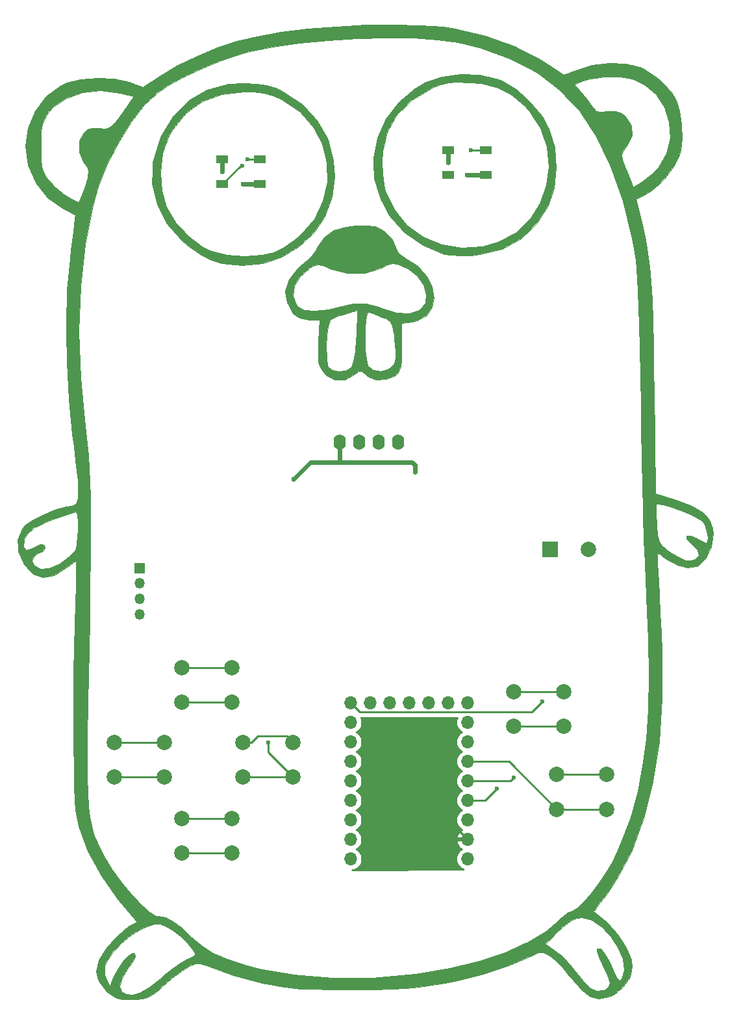
<source format=gbr>
G04 #@! TF.GenerationSoftware,KiCad,Pcbnew,8.0.5-8.0.5-0~ubuntu24.04.1*
G04 #@! TF.CreationDate,2024-10-05T11:59:27+09:00*
G04 #@! TF.ProjectId,gopher_rp2040_sw,676f7068-6572-45f7-9270-323034305f73,rev?*
G04 #@! TF.SameCoordinates,Original*
G04 #@! TF.FileFunction,Copper,L1,Top*
G04 #@! TF.FilePolarity,Positive*
%FSLAX46Y46*%
G04 Gerber Fmt 4.6, Leading zero omitted, Abs format (unit mm)*
G04 Created by KiCad (PCBNEW 8.0.5-8.0.5-0~ubuntu24.04.1) date 2024-10-05 11:59:27*
%MOMM*%
%LPD*%
G01*
G04 APERTURE LIST*
G04 #@! TA.AperFunction,EtchedComponent*
%ADD10C,0.010000*%
G04 #@! TD*
G04 #@! TA.AperFunction,SMDPad,CuDef*
%ADD11R,1.500000X1.000000*%
G04 #@! TD*
G04 #@! TA.AperFunction,ComponentPad*
%ADD12O,1.700000X1.700000*%
G04 #@! TD*
G04 #@! TA.AperFunction,ComponentPad*
%ADD13O,1.600000X2.000000*%
G04 #@! TD*
G04 #@! TA.AperFunction,ComponentPad*
%ADD14C,2.000000*%
G04 #@! TD*
G04 #@! TA.AperFunction,ComponentPad*
%ADD15R,1.350000X1.350000*%
G04 #@! TD*
G04 #@! TA.AperFunction,ComponentPad*
%ADD16O,1.350000X1.350000*%
G04 #@! TD*
G04 #@! TA.AperFunction,ComponentPad*
%ADD17R,2.000000X2.000000*%
G04 #@! TD*
G04 #@! TA.AperFunction,ViaPad*
%ADD18C,0.600000*%
G04 #@! TD*
G04 #@! TA.AperFunction,Conductor*
%ADD19C,0.600000*%
G04 #@! TD*
G04 #@! TA.AperFunction,Conductor*
%ADD20C,0.250000*%
G04 #@! TD*
G04 APERTURE END LIST*
D10*
X124769317Y-59894845D02*
X127730958Y-60127204D01*
X129254612Y-60348256D01*
X133251753Y-61298945D01*
X137027981Y-62643845D01*
X140402220Y-64311145D01*
X142250451Y-65502215D01*
X143496616Y-66399437D01*
X145334737Y-65651375D01*
X147263572Y-65104059D01*
X149413404Y-64873346D01*
X151531696Y-64958840D01*
X153365913Y-65360141D01*
X154071899Y-65665156D01*
X155982196Y-66995174D01*
X157519348Y-68662350D01*
X158140013Y-69673887D01*
X158582628Y-71034304D01*
X158842308Y-72804544D01*
X158898273Y-74666258D01*
X158729743Y-76301098D01*
X158604530Y-76790372D01*
X157838244Y-78339847D01*
X156619789Y-79908908D01*
X155171229Y-81240779D01*
X154231240Y-81847337D01*
X152894406Y-82549398D01*
X153398238Y-84528375D01*
X153816072Y-86249599D01*
X154161205Y-87890031D01*
X154441707Y-89548383D01*
X154665644Y-91323364D01*
X154841085Y-93313687D01*
X154976097Y-95618061D01*
X155078747Y-98335199D01*
X155157104Y-101563810D01*
X155219235Y-105402606D01*
X155240617Y-107070537D01*
X155408740Y-120910193D01*
X158117587Y-121775792D01*
X160189105Y-122543193D01*
X161620666Y-123349537D01*
X162497137Y-124270734D01*
X162903388Y-125382692D01*
X162957143Y-126104404D01*
X162708018Y-127838807D01*
X162027515Y-129293001D01*
X161015948Y-130272303D01*
X160736342Y-130414491D01*
X159631770Y-130538966D01*
X158275088Y-130197919D01*
X156911043Y-129470343D01*
X156298135Y-128982077D01*
X155989606Y-128727055D01*
X155798309Y-128717661D01*
X155708305Y-129064412D01*
X155703654Y-129877829D01*
X155768420Y-131268428D01*
X155824720Y-132264705D01*
X155926572Y-134155187D01*
X156043595Y-136509602D01*
X156162230Y-139045411D01*
X156268917Y-141480075D01*
X156281835Y-141789705D01*
X156315405Y-147649691D01*
X155928842Y-153196556D01*
X155136407Y-158369120D01*
X153952367Y-163106199D01*
X152390985Y-167346614D01*
X150466526Y-171029181D01*
X148964373Y-173175142D01*
X148171700Y-174205678D01*
X147618899Y-174980158D01*
X147411214Y-175350049D01*
X147415552Y-175361020D01*
X149077867Y-176664246D01*
X150525601Y-178255651D01*
X151639569Y-179963938D01*
X152300583Y-181617811D01*
X152430881Y-182569134D01*
X152105436Y-183910769D01*
X151234260Y-185171610D01*
X149986400Y-186141654D01*
X149316786Y-186437754D01*
X148101938Y-186658635D01*
X146984747Y-186393813D01*
X145846233Y-185580470D01*
X144567415Y-184155782D01*
X144269860Y-183772990D01*
X143289867Y-182598464D01*
X142315176Y-181609211D01*
X141549726Y-181011331D01*
X141522244Y-180996278D01*
X140774178Y-180669405D01*
X140139936Y-180680930D01*
X139277594Y-181051521D01*
X139101178Y-181142615D01*
X136325868Y-182368400D01*
X132993242Y-183467320D01*
X129268035Y-184387444D01*
X128020301Y-184635577D01*
X126287074Y-184936373D01*
X124649457Y-185158003D01*
X122943067Y-185311808D01*
X121003516Y-185409128D01*
X118666421Y-185461306D01*
X115785715Y-185479651D01*
X113068729Y-185475569D01*
X110931274Y-185445906D01*
X109227306Y-185379800D01*
X107810782Y-185266392D01*
X106535658Y-185094823D01*
X105255892Y-184854233D01*
X104183101Y-184616881D01*
X102306343Y-184143587D01*
X100413071Y-183597621D01*
X98790352Y-183064527D01*
X98129891Y-182813052D01*
X96903607Y-182327294D01*
X96106183Y-182109622D01*
X95497232Y-182139214D01*
X94836364Y-182395246D01*
X94603339Y-182507578D01*
X93679382Y-183074583D01*
X92486147Y-183960565D01*
X91291864Y-184965084D01*
X90203888Y-185912624D01*
X89403005Y-186461313D01*
X88643601Y-186719629D01*
X87680064Y-186796048D01*
X87137259Y-186800000D01*
X85833810Y-186745889D01*
X84960781Y-186519433D01*
X84226659Y-186024446D01*
X83913443Y-185736297D01*
X82876153Y-184425670D01*
X82639149Y-183505465D01*
X83647599Y-183505465D01*
X83867724Y-184211140D01*
X84305726Y-185053627D01*
X84751185Y-183965784D01*
X85308792Y-182882811D01*
X86013464Y-181878567D01*
X86728263Y-181108043D01*
X87316248Y-180726231D01*
X87575351Y-180769331D01*
X87593682Y-181300888D01*
X87055254Y-182240814D01*
X86810647Y-182566750D01*
X85900641Y-183964580D01*
X85581894Y-185048085D01*
X85858888Y-185779679D01*
X86394286Y-186058188D01*
X87289763Y-186155379D01*
X88234544Y-185908214D01*
X89363335Y-185252687D01*
X90810838Y-184124789D01*
X91251384Y-183750250D01*
X92444811Y-182785612D01*
X93559929Y-181990635D01*
X94381380Y-181517153D01*
X94467858Y-181482560D01*
X95176025Y-181152907D01*
X95450610Y-180880371D01*
X95158236Y-180298684D01*
X94453472Y-179469526D01*
X93520688Y-178570539D01*
X92544250Y-177779365D01*
X91708529Y-177273645D01*
X91706315Y-177272691D01*
X90871273Y-176961436D01*
X90194534Y-176915358D01*
X89373226Y-177156086D01*
X88573604Y-177496415D01*
X87219442Y-178290994D01*
X85863410Y-179407340D01*
X84688768Y-180661011D01*
X83878774Y-181867561D01*
X83654299Y-182447543D01*
X83647599Y-183505465D01*
X82639149Y-183505465D01*
X82537384Y-183110351D01*
X82875390Y-181694292D01*
X82958238Y-181517436D01*
X83887123Y-180036840D01*
X85122519Y-178606936D01*
X86417790Y-177499289D01*
X86849782Y-177232513D01*
X87849564Y-176693471D01*
X85456939Y-173809235D01*
X83186157Y-170681966D01*
X81443722Y-167447485D01*
X80289920Y-164232018D01*
X79871514Y-162114361D01*
X79767376Y-160852315D01*
X79684156Y-158960756D01*
X79622108Y-156556926D01*
X79581485Y-153758068D01*
X79562539Y-150681424D01*
X79565522Y-147444238D01*
X79590688Y-144163751D01*
X79638290Y-140957207D01*
X79708580Y-137941848D01*
X79801811Y-135234916D01*
X79812993Y-134972170D01*
X79887807Y-133075898D01*
X79936418Y-131477721D01*
X79955937Y-130309841D01*
X79943475Y-129704461D01*
X79929361Y-129649376D01*
X79596968Y-129853392D01*
X78908865Y-130361379D01*
X78659361Y-130554741D01*
X77040426Y-131549173D01*
X75615254Y-131829488D01*
X74357750Y-131393518D01*
X73241820Y-130239098D01*
X73145494Y-130096941D01*
X72377333Y-128445731D01*
X72341837Y-127874251D01*
X73074805Y-127874251D01*
X73379135Y-128300595D01*
X74071591Y-128107640D01*
X74259405Y-127989414D01*
X75230026Y-127476966D01*
X75759122Y-127550523D01*
X75871429Y-127969117D01*
X75603804Y-128464854D01*
X75371573Y-128529411D01*
X74735656Y-128792932D01*
X74420000Y-129089705D01*
X74151204Y-129687555D01*
X74420000Y-130210294D01*
X75264198Y-130715173D01*
X76430168Y-130643309D01*
X77802021Y-130013876D01*
X78473935Y-129539536D01*
X79311244Y-128850681D01*
X79790107Y-128269534D01*
X80023206Y-127545207D01*
X80123223Y-126426814D01*
X80151579Y-125804242D01*
X80161562Y-124547472D01*
X80085005Y-123648625D01*
X79938449Y-123300058D01*
X79936242Y-123300000D01*
X79342635Y-123430361D01*
X78304376Y-123766081D01*
X77046265Y-124224112D01*
X75793105Y-124721404D01*
X74769695Y-125174910D01*
X74521601Y-125300326D01*
X73648197Y-126017303D01*
X73181415Y-126852667D01*
X73074805Y-127874251D01*
X72341837Y-127874251D01*
X72280899Y-126893181D01*
X72854458Y-125520776D01*
X73252695Y-125058532D01*
X74200398Y-124376979D01*
X75592573Y-123662753D01*
X77161885Y-123028715D01*
X78640993Y-122587725D01*
X79408926Y-122459589D01*
X79776735Y-122357005D01*
X80032677Y-122065493D01*
X80176964Y-121501089D01*
X80209804Y-120579833D01*
X80131408Y-119217761D01*
X79941986Y-117330910D01*
X79641748Y-114835318D01*
X79432101Y-113193300D01*
X78959978Y-108585163D01*
X78691445Y-103778142D01*
X78639220Y-99835108D01*
X80275149Y-99835108D01*
X80466616Y-105828033D01*
X80990326Y-111227809D01*
X81189979Y-112838139D01*
X81358266Y-114382259D01*
X81496338Y-115931128D01*
X81605346Y-117555705D01*
X81686439Y-119326948D01*
X81740769Y-121315816D01*
X81769487Y-123593269D01*
X81773743Y-126230263D01*
X81754687Y-129297759D01*
X81713470Y-132866715D01*
X81651243Y-137008090D01*
X81569156Y-141792842D01*
X81525260Y-144217647D01*
X81448449Y-148544401D01*
X81394226Y-152198824D01*
X81369349Y-155255468D01*
X81380578Y-157788882D01*
X81434672Y-159873618D01*
X81538390Y-161584226D01*
X81698491Y-162995256D01*
X81921734Y-164181259D01*
X82214879Y-165216787D01*
X82584684Y-166176388D01*
X83037909Y-167134615D01*
X83581312Y-168166017D01*
X83719675Y-168421270D01*
X84660570Y-169953509D01*
X85814232Y-171533848D01*
X87068800Y-173040218D01*
X88312414Y-174350549D01*
X89433212Y-175342771D01*
X90319334Y-175894816D01*
X90634950Y-175967647D01*
X91584139Y-176101439D01*
X92555521Y-176563671D01*
X93697677Y-177445628D01*
X94921429Y-178601086D01*
X96264153Y-179765857D01*
X97785803Y-180719921D01*
X99636287Y-181533493D01*
X101965513Y-182276792D01*
X103773003Y-182747149D01*
X108297730Y-183573445D01*
X113287487Y-183972480D01*
X118609191Y-183940081D01*
X124129756Y-183472073D01*
X124675715Y-183402713D01*
X128713218Y-182723448D01*
X132480863Y-181792975D01*
X135880386Y-180647397D01*
X138188270Y-179605178D01*
X141127821Y-179605178D01*
X142336053Y-180375704D01*
X143221108Y-181102846D01*
X144248025Y-182178047D01*
X144949102Y-183046137D01*
X146082198Y-184467824D01*
X146996549Y-185308647D01*
X147818912Y-185644707D01*
X148676039Y-185552106D01*
X148957466Y-185452683D01*
X149380058Y-185167894D01*
X149481025Y-184676316D01*
X149243274Y-183837516D01*
X148649716Y-182511056D01*
X148582510Y-182371736D01*
X148108261Y-181288340D01*
X147850760Y-180487603D01*
X147848027Y-180190756D01*
X148284576Y-180183444D01*
X148869636Y-180807016D01*
X149537416Y-181978613D01*
X149888905Y-182761087D01*
X150393828Y-183844046D01*
X150751367Y-184280120D01*
X151011689Y-184150061D01*
X151361175Y-182936591D01*
X151177260Y-181506832D01*
X150563145Y-180003169D01*
X149622030Y-178567985D01*
X148457114Y-177343664D01*
X147171599Y-176472592D01*
X145868685Y-176097152D01*
X145210898Y-176146779D01*
X144412582Y-176534175D01*
X143399596Y-177297284D01*
X142668436Y-177989236D01*
X141127821Y-179605178D01*
X138188270Y-179605178D01*
X138813527Y-179322818D01*
X141182022Y-177855342D01*
X142275934Y-176936029D01*
X143257873Y-176061745D01*
X144093144Y-175443782D01*
X144583687Y-175220588D01*
X145166083Y-174926151D01*
X146021507Y-174132297D01*
X147038510Y-172973213D01*
X148105645Y-171583083D01*
X149111462Y-170096094D01*
X149771242Y-168974678D01*
X150464981Y-167532684D01*
X151233864Y-165675168D01*
X151956028Y-163705610D01*
X152262290Y-162771144D01*
X153115833Y-159659717D01*
X153768931Y-156392769D01*
X154227991Y-152876134D01*
X154499422Y-149015645D01*
X154589629Y-144717135D01*
X154505021Y-139886438D01*
X154252005Y-134429387D01*
X154223649Y-133945588D01*
X154138453Y-132234548D01*
X154046186Y-129887041D01*
X153949974Y-127013584D01*
X153852944Y-123724695D01*
X153824615Y-122649836D01*
X155487245Y-122649836D01*
X155517444Y-123595607D01*
X155600889Y-124881966D01*
X155604666Y-124930339D01*
X155728295Y-126289507D01*
X155912255Y-127136831D01*
X156274956Y-127705128D01*
X156934807Y-128227216D01*
X157456917Y-128572251D01*
X158613859Y-129276251D01*
X159418268Y-129590458D01*
X160095789Y-129576578D01*
X160568895Y-129423271D01*
X161088216Y-128958247D01*
X160953454Y-128289766D01*
X160181953Y-127497866D01*
X160145664Y-127470422D01*
X159494515Y-126818892D01*
X159477591Y-126429055D01*
X160018234Y-126412333D01*
X160687753Y-126682485D01*
X161481516Y-127090828D01*
X161959286Y-127334583D01*
X162211618Y-127207159D01*
X162255244Y-126613339D01*
X162125565Y-125790256D01*
X161857986Y-124975042D01*
X161527597Y-124443113D01*
X160966964Y-124078420D01*
X159982469Y-123616019D01*
X158768942Y-123127118D01*
X157521215Y-122682922D01*
X156434119Y-122354639D01*
X155702484Y-122213476D01*
X155516887Y-122246320D01*
X155487245Y-122649836D01*
X153824615Y-122649836D01*
X153758223Y-120130891D01*
X153668939Y-116342691D01*
X153588218Y-112470612D01*
X153536696Y-109666176D01*
X153461839Y-105460128D01*
X153392331Y-101924522D01*
X153324331Y-98982800D01*
X153253997Y-96558404D01*
X153177488Y-94574777D01*
X153090962Y-92955361D01*
X152990578Y-91623599D01*
X152872494Y-90502933D01*
X152732869Y-89516806D01*
X152567861Y-88588660D01*
X152449609Y-88001470D01*
X151169263Y-82806801D01*
X149611869Y-78276843D01*
X147742579Y-74372084D01*
X145526545Y-71053009D01*
X142928921Y-68280104D01*
X142051551Y-67620416D01*
X144827600Y-67620416D01*
X145772158Y-68659472D01*
X146564881Y-69597733D01*
X147218956Y-70478319D01*
X147257247Y-70536748D01*
X147730351Y-71074939D01*
X148366071Y-71233205D01*
X149224239Y-71140157D01*
X150295846Y-71066864D01*
X151059246Y-71358075D01*
X151542493Y-71767785D01*
X152285338Y-72930329D01*
X152349800Y-74239622D01*
X151730063Y-75561783D01*
X151708572Y-75590160D01*
X151247845Y-76227277D01*
X151050384Y-76743732D01*
X151119442Y-77368555D01*
X151458272Y-78330780D01*
X151758147Y-79080220D01*
X152533436Y-81005761D01*
X153749697Y-80267043D01*
X154848566Y-79442943D01*
X155834814Y-78464905D01*
X155867721Y-78425120D01*
X156915382Y-76615584D01*
X157363636Y-74615368D01*
X157255712Y-72569135D01*
X156634840Y-70621547D01*
X155544248Y-68917266D01*
X154027167Y-67600956D01*
X152421132Y-66891418D01*
X150766195Y-66639934D01*
X148821385Y-66647392D01*
X146946927Y-66895695D01*
X145818800Y-67223105D01*
X144827600Y-67620416D01*
X142051551Y-67620416D01*
X139914859Y-66013855D01*
X136449512Y-64214749D01*
X132498033Y-62843272D01*
X129664287Y-62164838D01*
X127052890Y-61785720D01*
X123897381Y-61574552D01*
X120358756Y-61522527D01*
X116598012Y-61620835D01*
X112776145Y-61860671D01*
X109054150Y-62233225D01*
X105593024Y-62729689D01*
X102553764Y-63341257D01*
X101108203Y-63727102D01*
X98776390Y-64520592D01*
X96330179Y-65520208D01*
X93979990Y-66627530D01*
X91936245Y-67744140D01*
X90540202Y-68670043D01*
X88833267Y-70283280D01*
X87114024Y-72474637D01*
X85475342Y-75083060D01*
X84010091Y-77947498D01*
X82811141Y-80906900D01*
X82079063Y-83343090D01*
X81087863Y-88426404D01*
X80484394Y-93979154D01*
X80275149Y-99835108D01*
X78639220Y-99835108D01*
X78627958Y-98984847D01*
X78770973Y-94417886D01*
X79121947Y-90289868D01*
X79267543Y-89172113D01*
X79503534Y-87449756D01*
X79680784Y-86022864D01*
X79782334Y-85038322D01*
X79791224Y-84643017D01*
X79790529Y-84642291D01*
X79430161Y-84430987D01*
X78642364Y-84007488D01*
X78178274Y-83764679D01*
X76207565Y-82342765D01*
X74680723Y-80424325D01*
X73690976Y-78164959D01*
X73331549Y-75720266D01*
X73331429Y-75675000D01*
X75327143Y-75675000D01*
X75351155Y-77247245D01*
X75458888Y-78305680D01*
X75703884Y-79082904D01*
X76139689Y-79811518D01*
X76344476Y-80094408D01*
X77153069Y-80969577D01*
X78211886Y-81847579D01*
X79285490Y-82556740D01*
X80138440Y-82925386D01*
X80250163Y-82942315D01*
X80460130Y-82626525D01*
X80792341Y-81791665D01*
X81087364Y-80897129D01*
X81429311Y-79719783D01*
X81536212Y-78998026D01*
X81398419Y-78477334D01*
X81006287Y-77903184D01*
X80972201Y-77858520D01*
X80324151Y-76480767D01*
X80356843Y-75039378D01*
X80819705Y-74034419D01*
X81338117Y-73470429D01*
X82023675Y-73279065D01*
X82906134Y-73329005D01*
X83703409Y-73387332D01*
X84272778Y-73262684D01*
X84799186Y-72833323D01*
X85467582Y-71977507D01*
X85915143Y-71348345D01*
X87431714Y-69200117D01*
X85615923Y-68751704D01*
X83111895Y-68420175D01*
X80734199Y-68646284D01*
X78618715Y-69392705D01*
X76901325Y-70622110D01*
X76304518Y-71309518D01*
X75808844Y-72056607D01*
X75515333Y-72794162D01*
X75372451Y-73752360D01*
X75328664Y-75161381D01*
X75327143Y-75675000D01*
X73331429Y-75675000D01*
X73663329Y-73295128D01*
X74592211Y-71085681D01*
X76017847Y-69201577D01*
X77840007Y-67797730D01*
X78690232Y-67392246D01*
X80505770Y-66928594D01*
X82676828Y-66756340D01*
X84890353Y-66876316D01*
X86833295Y-67289355D01*
X87064133Y-67369961D01*
X88641123Y-67954984D01*
X90794283Y-66522399D01*
X93021328Y-65217225D01*
X95704702Y-63923756D01*
X98582352Y-62759621D01*
X100908572Y-61982438D01*
X103498242Y-61352816D01*
X106635745Y-60817815D01*
X110156182Y-60386940D01*
X113894656Y-60069700D01*
X117686269Y-59875599D01*
X121366122Y-59814145D01*
X124769317Y-59894845D01*
G04 #@! TA.AperFunction,EtchedComponent*
G36*
X124769317Y-59894845D02*
G01*
X127730958Y-60127204D01*
X129254612Y-60348256D01*
X133251753Y-61298945D01*
X137027981Y-62643845D01*
X140402220Y-64311145D01*
X142250451Y-65502215D01*
X143496616Y-66399437D01*
X145334737Y-65651375D01*
X147263572Y-65104059D01*
X149413404Y-64873346D01*
X151531696Y-64958840D01*
X153365913Y-65360141D01*
X154071899Y-65665156D01*
X155982196Y-66995174D01*
X157519348Y-68662350D01*
X158140013Y-69673887D01*
X158582628Y-71034304D01*
X158842308Y-72804544D01*
X158898273Y-74666258D01*
X158729743Y-76301098D01*
X158604530Y-76790372D01*
X157838244Y-78339847D01*
X156619789Y-79908908D01*
X155171229Y-81240779D01*
X154231240Y-81847337D01*
X152894406Y-82549398D01*
X153398238Y-84528375D01*
X153816072Y-86249599D01*
X154161205Y-87890031D01*
X154441707Y-89548383D01*
X154665644Y-91323364D01*
X154841085Y-93313687D01*
X154976097Y-95618061D01*
X155078747Y-98335199D01*
X155157104Y-101563810D01*
X155219235Y-105402606D01*
X155240617Y-107070537D01*
X155408740Y-120910193D01*
X158117587Y-121775792D01*
X160189105Y-122543193D01*
X161620666Y-123349537D01*
X162497137Y-124270734D01*
X162903388Y-125382692D01*
X162957143Y-126104404D01*
X162708018Y-127838807D01*
X162027515Y-129293001D01*
X161015948Y-130272303D01*
X160736342Y-130414491D01*
X159631770Y-130538966D01*
X158275088Y-130197919D01*
X156911043Y-129470343D01*
X156298135Y-128982077D01*
X155989606Y-128727055D01*
X155798309Y-128717661D01*
X155708305Y-129064412D01*
X155703654Y-129877829D01*
X155768420Y-131268428D01*
X155824720Y-132264705D01*
X155926572Y-134155187D01*
X156043595Y-136509602D01*
X156162230Y-139045411D01*
X156268917Y-141480075D01*
X156281835Y-141789705D01*
X156315405Y-147649691D01*
X155928842Y-153196556D01*
X155136407Y-158369120D01*
X153952367Y-163106199D01*
X152390985Y-167346614D01*
X150466526Y-171029181D01*
X148964373Y-173175142D01*
X148171700Y-174205678D01*
X147618899Y-174980158D01*
X147411214Y-175350049D01*
X147415552Y-175361020D01*
X149077867Y-176664246D01*
X150525601Y-178255651D01*
X151639569Y-179963938D01*
X152300583Y-181617811D01*
X152430881Y-182569134D01*
X152105436Y-183910769D01*
X151234260Y-185171610D01*
X149986400Y-186141654D01*
X149316786Y-186437754D01*
X148101938Y-186658635D01*
X146984747Y-186393813D01*
X145846233Y-185580470D01*
X144567415Y-184155782D01*
X144269860Y-183772990D01*
X143289867Y-182598464D01*
X142315176Y-181609211D01*
X141549726Y-181011331D01*
X141522244Y-180996278D01*
X140774178Y-180669405D01*
X140139936Y-180680930D01*
X139277594Y-181051521D01*
X139101178Y-181142615D01*
X136325868Y-182368400D01*
X132993242Y-183467320D01*
X129268035Y-184387444D01*
X128020301Y-184635577D01*
X126287074Y-184936373D01*
X124649457Y-185158003D01*
X122943067Y-185311808D01*
X121003516Y-185409128D01*
X118666421Y-185461306D01*
X115785715Y-185479651D01*
X113068729Y-185475569D01*
X110931274Y-185445906D01*
X109227306Y-185379800D01*
X107810782Y-185266392D01*
X106535658Y-185094823D01*
X105255892Y-184854233D01*
X104183101Y-184616881D01*
X102306343Y-184143587D01*
X100413071Y-183597621D01*
X98790352Y-183064527D01*
X98129891Y-182813052D01*
X96903607Y-182327294D01*
X96106183Y-182109622D01*
X95497232Y-182139214D01*
X94836364Y-182395246D01*
X94603339Y-182507578D01*
X93679382Y-183074583D01*
X92486147Y-183960565D01*
X91291864Y-184965084D01*
X90203888Y-185912624D01*
X89403005Y-186461313D01*
X88643601Y-186719629D01*
X87680064Y-186796048D01*
X87137259Y-186800000D01*
X85833810Y-186745889D01*
X84960781Y-186519433D01*
X84226659Y-186024446D01*
X83913443Y-185736297D01*
X82876153Y-184425670D01*
X82639149Y-183505465D01*
X83647599Y-183505465D01*
X83867724Y-184211140D01*
X84305726Y-185053627D01*
X84751185Y-183965784D01*
X85308792Y-182882811D01*
X86013464Y-181878567D01*
X86728263Y-181108043D01*
X87316248Y-180726231D01*
X87575351Y-180769331D01*
X87593682Y-181300888D01*
X87055254Y-182240814D01*
X86810647Y-182566750D01*
X85900641Y-183964580D01*
X85581894Y-185048085D01*
X85858888Y-185779679D01*
X86394286Y-186058188D01*
X87289763Y-186155379D01*
X88234544Y-185908214D01*
X89363335Y-185252687D01*
X90810838Y-184124789D01*
X91251384Y-183750250D01*
X92444811Y-182785612D01*
X93559929Y-181990635D01*
X94381380Y-181517153D01*
X94467858Y-181482560D01*
X95176025Y-181152907D01*
X95450610Y-180880371D01*
X95158236Y-180298684D01*
X94453472Y-179469526D01*
X93520688Y-178570539D01*
X92544250Y-177779365D01*
X91708529Y-177273645D01*
X91706315Y-177272691D01*
X90871273Y-176961436D01*
X90194534Y-176915358D01*
X89373226Y-177156086D01*
X88573604Y-177496415D01*
X87219442Y-178290994D01*
X85863410Y-179407340D01*
X84688768Y-180661011D01*
X83878774Y-181867561D01*
X83654299Y-182447543D01*
X83647599Y-183505465D01*
X82639149Y-183505465D01*
X82537384Y-183110351D01*
X82875390Y-181694292D01*
X82958238Y-181517436D01*
X83887123Y-180036840D01*
X85122519Y-178606936D01*
X86417790Y-177499289D01*
X86849782Y-177232513D01*
X87849564Y-176693471D01*
X85456939Y-173809235D01*
X83186157Y-170681966D01*
X81443722Y-167447485D01*
X80289920Y-164232018D01*
X79871514Y-162114361D01*
X79767376Y-160852315D01*
X79684156Y-158960756D01*
X79622108Y-156556926D01*
X79581485Y-153758068D01*
X79562539Y-150681424D01*
X79565522Y-147444238D01*
X79590688Y-144163751D01*
X79638290Y-140957207D01*
X79708580Y-137941848D01*
X79801811Y-135234916D01*
X79812993Y-134972170D01*
X79887807Y-133075898D01*
X79936418Y-131477721D01*
X79955937Y-130309841D01*
X79943475Y-129704461D01*
X79929361Y-129649376D01*
X79596968Y-129853392D01*
X78908865Y-130361379D01*
X78659361Y-130554741D01*
X77040426Y-131549173D01*
X75615254Y-131829488D01*
X74357750Y-131393518D01*
X73241820Y-130239098D01*
X73145494Y-130096941D01*
X72377333Y-128445731D01*
X72341837Y-127874251D01*
X73074805Y-127874251D01*
X73379135Y-128300595D01*
X74071591Y-128107640D01*
X74259405Y-127989414D01*
X75230026Y-127476966D01*
X75759122Y-127550523D01*
X75871429Y-127969117D01*
X75603804Y-128464854D01*
X75371573Y-128529411D01*
X74735656Y-128792932D01*
X74420000Y-129089705D01*
X74151204Y-129687555D01*
X74420000Y-130210294D01*
X75264198Y-130715173D01*
X76430168Y-130643309D01*
X77802021Y-130013876D01*
X78473935Y-129539536D01*
X79311244Y-128850681D01*
X79790107Y-128269534D01*
X80023206Y-127545207D01*
X80123223Y-126426814D01*
X80151579Y-125804242D01*
X80161562Y-124547472D01*
X80085005Y-123648625D01*
X79938449Y-123300058D01*
X79936242Y-123300000D01*
X79342635Y-123430361D01*
X78304376Y-123766081D01*
X77046265Y-124224112D01*
X75793105Y-124721404D01*
X74769695Y-125174910D01*
X74521601Y-125300326D01*
X73648197Y-126017303D01*
X73181415Y-126852667D01*
X73074805Y-127874251D01*
X72341837Y-127874251D01*
X72280899Y-126893181D01*
X72854458Y-125520776D01*
X73252695Y-125058532D01*
X74200398Y-124376979D01*
X75592573Y-123662753D01*
X77161885Y-123028715D01*
X78640993Y-122587725D01*
X79408926Y-122459589D01*
X79776735Y-122357005D01*
X80032677Y-122065493D01*
X80176964Y-121501089D01*
X80209804Y-120579833D01*
X80131408Y-119217761D01*
X79941986Y-117330910D01*
X79641748Y-114835318D01*
X79432101Y-113193300D01*
X78959978Y-108585163D01*
X78691445Y-103778142D01*
X78639220Y-99835108D01*
X80275149Y-99835108D01*
X80466616Y-105828033D01*
X80990326Y-111227809D01*
X81189979Y-112838139D01*
X81358266Y-114382259D01*
X81496338Y-115931128D01*
X81605346Y-117555705D01*
X81686439Y-119326948D01*
X81740769Y-121315816D01*
X81769487Y-123593269D01*
X81773743Y-126230263D01*
X81754687Y-129297759D01*
X81713470Y-132866715D01*
X81651243Y-137008090D01*
X81569156Y-141792842D01*
X81525260Y-144217647D01*
X81448449Y-148544401D01*
X81394226Y-152198824D01*
X81369349Y-155255468D01*
X81380578Y-157788882D01*
X81434672Y-159873618D01*
X81538390Y-161584226D01*
X81698491Y-162995256D01*
X81921734Y-164181259D01*
X82214879Y-165216787D01*
X82584684Y-166176388D01*
X83037909Y-167134615D01*
X83581312Y-168166017D01*
X83719675Y-168421270D01*
X84660570Y-169953509D01*
X85814232Y-171533848D01*
X87068800Y-173040218D01*
X88312414Y-174350549D01*
X89433212Y-175342771D01*
X90319334Y-175894816D01*
X90634950Y-175967647D01*
X91584139Y-176101439D01*
X92555521Y-176563671D01*
X93697677Y-177445628D01*
X94921429Y-178601086D01*
X96264153Y-179765857D01*
X97785803Y-180719921D01*
X99636287Y-181533493D01*
X101965513Y-182276792D01*
X103773003Y-182747149D01*
X108297730Y-183573445D01*
X113287487Y-183972480D01*
X118609191Y-183940081D01*
X124129756Y-183472073D01*
X124675715Y-183402713D01*
X128713218Y-182723448D01*
X132480863Y-181792975D01*
X135880386Y-180647397D01*
X138188270Y-179605178D01*
X141127821Y-179605178D01*
X142336053Y-180375704D01*
X143221108Y-181102846D01*
X144248025Y-182178047D01*
X144949102Y-183046137D01*
X146082198Y-184467824D01*
X146996549Y-185308647D01*
X147818912Y-185644707D01*
X148676039Y-185552106D01*
X148957466Y-185452683D01*
X149380058Y-185167894D01*
X149481025Y-184676316D01*
X149243274Y-183837516D01*
X148649716Y-182511056D01*
X148582510Y-182371736D01*
X148108261Y-181288340D01*
X147850760Y-180487603D01*
X147848027Y-180190756D01*
X148284576Y-180183444D01*
X148869636Y-180807016D01*
X149537416Y-181978613D01*
X149888905Y-182761087D01*
X150393828Y-183844046D01*
X150751367Y-184280120D01*
X151011689Y-184150061D01*
X151361175Y-182936591D01*
X151177260Y-181506832D01*
X150563145Y-180003169D01*
X149622030Y-178567985D01*
X148457114Y-177343664D01*
X147171599Y-176472592D01*
X145868685Y-176097152D01*
X145210898Y-176146779D01*
X144412582Y-176534175D01*
X143399596Y-177297284D01*
X142668436Y-177989236D01*
X141127821Y-179605178D01*
X138188270Y-179605178D01*
X138813527Y-179322818D01*
X141182022Y-177855342D01*
X142275934Y-176936029D01*
X143257873Y-176061745D01*
X144093144Y-175443782D01*
X144583687Y-175220588D01*
X145166083Y-174926151D01*
X146021507Y-174132297D01*
X147038510Y-172973213D01*
X148105645Y-171583083D01*
X149111462Y-170096094D01*
X149771242Y-168974678D01*
X150464981Y-167532684D01*
X151233864Y-165675168D01*
X151956028Y-163705610D01*
X152262290Y-162771144D01*
X153115833Y-159659717D01*
X153768931Y-156392769D01*
X154227991Y-152876134D01*
X154499422Y-149015645D01*
X154589629Y-144717135D01*
X154505021Y-139886438D01*
X154252005Y-134429387D01*
X154223649Y-133945588D01*
X154138453Y-132234548D01*
X154046186Y-129887041D01*
X153949974Y-127013584D01*
X153852944Y-123724695D01*
X153824615Y-122649836D01*
X155487245Y-122649836D01*
X155517444Y-123595607D01*
X155600889Y-124881966D01*
X155604666Y-124930339D01*
X155728295Y-126289507D01*
X155912255Y-127136831D01*
X156274956Y-127705128D01*
X156934807Y-128227216D01*
X157456917Y-128572251D01*
X158613859Y-129276251D01*
X159418268Y-129590458D01*
X160095789Y-129576578D01*
X160568895Y-129423271D01*
X161088216Y-128958247D01*
X160953454Y-128289766D01*
X160181953Y-127497866D01*
X160145664Y-127470422D01*
X159494515Y-126818892D01*
X159477591Y-126429055D01*
X160018234Y-126412333D01*
X160687753Y-126682485D01*
X161481516Y-127090828D01*
X161959286Y-127334583D01*
X162211618Y-127207159D01*
X162255244Y-126613339D01*
X162125565Y-125790256D01*
X161857986Y-124975042D01*
X161527597Y-124443113D01*
X160966964Y-124078420D01*
X159982469Y-123616019D01*
X158768942Y-123127118D01*
X157521215Y-122682922D01*
X156434119Y-122354639D01*
X155702484Y-122213476D01*
X155516887Y-122246320D01*
X155487245Y-122649836D01*
X153824615Y-122649836D01*
X153758223Y-120130891D01*
X153668939Y-116342691D01*
X153588218Y-112470612D01*
X153536696Y-109666176D01*
X153461839Y-105460128D01*
X153392331Y-101924522D01*
X153324331Y-98982800D01*
X153253997Y-96558404D01*
X153177488Y-94574777D01*
X153090962Y-92955361D01*
X152990578Y-91623599D01*
X152872494Y-90502933D01*
X152732869Y-89516806D01*
X152567861Y-88588660D01*
X152449609Y-88001470D01*
X151169263Y-82806801D01*
X149611869Y-78276843D01*
X147742579Y-74372084D01*
X145526545Y-71053009D01*
X142928921Y-68280104D01*
X142051551Y-67620416D01*
X144827600Y-67620416D01*
X145772158Y-68659472D01*
X146564881Y-69597733D01*
X147218956Y-70478319D01*
X147257247Y-70536748D01*
X147730351Y-71074939D01*
X148366071Y-71233205D01*
X149224239Y-71140157D01*
X150295846Y-71066864D01*
X151059246Y-71358075D01*
X151542493Y-71767785D01*
X152285338Y-72930329D01*
X152349800Y-74239622D01*
X151730063Y-75561783D01*
X151708572Y-75590160D01*
X151247845Y-76227277D01*
X151050384Y-76743732D01*
X151119442Y-77368555D01*
X151458272Y-78330780D01*
X151758147Y-79080220D01*
X152533436Y-81005761D01*
X153749697Y-80267043D01*
X154848566Y-79442943D01*
X155834814Y-78464905D01*
X155867721Y-78425120D01*
X156915382Y-76615584D01*
X157363636Y-74615368D01*
X157255712Y-72569135D01*
X156634840Y-70621547D01*
X155544248Y-68917266D01*
X154027167Y-67600956D01*
X152421132Y-66891418D01*
X150766195Y-66639934D01*
X148821385Y-66647392D01*
X146946927Y-66895695D01*
X145818800Y-67223105D01*
X144827600Y-67620416D01*
X142051551Y-67620416D01*
X139914859Y-66013855D01*
X136449512Y-64214749D01*
X132498033Y-62843272D01*
X129664287Y-62164838D01*
X127052890Y-61785720D01*
X123897381Y-61574552D01*
X120358756Y-61522527D01*
X116598012Y-61620835D01*
X112776145Y-61860671D01*
X109054150Y-62233225D01*
X105593024Y-62729689D01*
X102553764Y-63341257D01*
X101108203Y-63727102D01*
X98776390Y-64520592D01*
X96330179Y-65520208D01*
X93979990Y-66627530D01*
X91936245Y-67744140D01*
X90540202Y-68670043D01*
X88833267Y-70283280D01*
X87114024Y-72474637D01*
X85475342Y-75083060D01*
X84010091Y-77947498D01*
X82811141Y-80906900D01*
X82079063Y-83343090D01*
X81087863Y-88426404D01*
X80484394Y-93979154D01*
X80275149Y-99835108D01*
X78639220Y-99835108D01*
X78627958Y-98984847D01*
X78770973Y-94417886D01*
X79121947Y-90289868D01*
X79267543Y-89172113D01*
X79503534Y-87449756D01*
X79680784Y-86022864D01*
X79782334Y-85038322D01*
X79791224Y-84643017D01*
X79790529Y-84642291D01*
X79430161Y-84430987D01*
X78642364Y-84007488D01*
X78178274Y-83764679D01*
X76207565Y-82342765D01*
X74680723Y-80424325D01*
X73690976Y-78164959D01*
X73331549Y-75720266D01*
X73331429Y-75675000D01*
X75327143Y-75675000D01*
X75351155Y-77247245D01*
X75458888Y-78305680D01*
X75703884Y-79082904D01*
X76139689Y-79811518D01*
X76344476Y-80094408D01*
X77153069Y-80969577D01*
X78211886Y-81847579D01*
X79285490Y-82556740D01*
X80138440Y-82925386D01*
X80250163Y-82942315D01*
X80460130Y-82626525D01*
X80792341Y-81791665D01*
X81087364Y-80897129D01*
X81429311Y-79719783D01*
X81536212Y-78998026D01*
X81398419Y-78477334D01*
X81006287Y-77903184D01*
X80972201Y-77858520D01*
X80324151Y-76480767D01*
X80356843Y-75039378D01*
X80819705Y-74034419D01*
X81338117Y-73470429D01*
X82023675Y-73279065D01*
X82906134Y-73329005D01*
X83703409Y-73387332D01*
X84272778Y-73262684D01*
X84799186Y-72833323D01*
X85467582Y-71977507D01*
X85915143Y-71348345D01*
X87431714Y-69200117D01*
X85615923Y-68751704D01*
X83111895Y-68420175D01*
X80734199Y-68646284D01*
X78618715Y-69392705D01*
X76901325Y-70622110D01*
X76304518Y-71309518D01*
X75808844Y-72056607D01*
X75515333Y-72794162D01*
X75372451Y-73752360D01*
X75328664Y-75161381D01*
X75327143Y-75675000D01*
X73331429Y-75675000D01*
X73663329Y-73295128D01*
X74592211Y-71085681D01*
X76017847Y-69201577D01*
X77840007Y-67797730D01*
X78690232Y-67392246D01*
X80505770Y-66928594D01*
X82676828Y-66756340D01*
X84890353Y-66876316D01*
X86833295Y-67289355D01*
X87064133Y-67369961D01*
X88641123Y-67954984D01*
X90794283Y-66522399D01*
X93021328Y-65217225D01*
X95704702Y-63923756D01*
X98582352Y-62759621D01*
X100908572Y-61982438D01*
X103498242Y-61352816D01*
X106635745Y-60817815D01*
X110156182Y-60386940D01*
X113894656Y-60069700D01*
X117686269Y-59875599D01*
X121366122Y-59814145D01*
X124769317Y-59894845D01*
G37*
G04 #@! TD.AperFunction*
X118822404Y-86100490D02*
X119614554Y-86429667D01*
X120140000Y-86767250D01*
X121177432Y-87772437D01*
X121524251Y-88661185D01*
X121904572Y-89586577D01*
X122827366Y-90251043D01*
X124438282Y-91299028D01*
X125606636Y-92579141D01*
X126319453Y-93974298D01*
X126563758Y-95367413D01*
X126326579Y-96641404D01*
X125594941Y-97679185D01*
X124355870Y-98363674D01*
X123742305Y-98507943D01*
X122317143Y-98742539D01*
X122317143Y-101848618D01*
X122297712Y-103405959D01*
X122213208Y-104396487D01*
X122024315Y-104999978D01*
X121691716Y-105396207D01*
X121510691Y-105536172D01*
X120356619Y-106019565D01*
X119065107Y-106060936D01*
X117949469Y-105668871D01*
X117658304Y-105430606D01*
X117143578Y-104976304D01*
X116723703Y-105007880D01*
X116166677Y-105430606D01*
X114930487Y-106051411D01*
X113623889Y-106049650D01*
X112472386Y-105444399D01*
X112145364Y-105090441D01*
X111741300Y-104471399D01*
X111523184Y-103791012D01*
X111455784Y-102830157D01*
X111490634Y-101771635D01*
X112528632Y-101771635D01*
X112558850Y-103156591D01*
X112679335Y-104188847D01*
X112740251Y-104406214D01*
X113240645Y-104840178D01*
X114113104Y-104991275D01*
X115058118Y-104859769D01*
X115776174Y-104445919D01*
X115812505Y-104403534D01*
X116071371Y-103717730D01*
X116286453Y-102439113D01*
X116422477Y-100846563D01*
X117586520Y-100846563D01*
X117632990Y-102209983D01*
X117748888Y-103386028D01*
X117936281Y-104188309D01*
X117975624Y-104274556D01*
X118626222Y-104830406D01*
X119595352Y-104988204D01*
X120579357Y-104734435D01*
X121021225Y-104410084D01*
X121367618Y-103934205D01*
X121540299Y-103292441D01*
X121553721Y-102310748D01*
X121422335Y-100815080D01*
X121363062Y-100293298D01*
X121188286Y-99148297D01*
X120903820Y-98504486D01*
X120352210Y-98117616D01*
X119824073Y-97905950D01*
X118846279Y-97544100D01*
X118131186Y-97276516D01*
X118053572Y-97246953D01*
X117843004Y-97495964D01*
X117693595Y-98303163D01*
X117607411Y-99482160D01*
X117586520Y-100846563D01*
X116422477Y-100846563D01*
X116433145Y-100721669D01*
X116448216Y-100425259D01*
X116605420Y-97040508D01*
X115741996Y-97292481D01*
X114680325Y-97577380D01*
X113918512Y-97761136D01*
X113125157Y-98181377D01*
X112739808Y-99103201D01*
X112739227Y-99106188D01*
X112588739Y-100324620D01*
X112528632Y-101771635D01*
X111490634Y-101771635D01*
X111503867Y-101369708D01*
X111514735Y-101168382D01*
X111674273Y-98273529D01*
X110346102Y-98273529D01*
X109000180Y-97999781D01*
X108234548Y-97415130D01*
X107389329Y-96018289D01*
X107286199Y-95147061D01*
X108187631Y-95147061D01*
X108625427Y-96294531D01*
X108766239Y-96469852D01*
X109670607Y-96984364D01*
X111075109Y-97143176D01*
X112839994Y-96943018D01*
X114185903Y-96596690D01*
X116080122Y-96148173D01*
X117692491Y-96144593D01*
X119331247Y-96596023D01*
X119777143Y-96779411D01*
X121659808Y-97366472D01*
X123334522Y-97451522D01*
X124650323Y-97029560D01*
X124776405Y-96944995D01*
X125438315Y-96076457D01*
X125551900Y-94952589D01*
X125174196Y-93730083D01*
X124362236Y-92565633D01*
X123173056Y-91615933D01*
X122757845Y-91399370D01*
X121836060Y-91004279D01*
X121183164Y-90910774D01*
X120464626Y-91130314D01*
X119686900Y-91504559D01*
X117589399Y-92163268D01*
X115333696Y-92215151D01*
X113188833Y-91657254D01*
X113012062Y-91577798D01*
X112056581Y-91163987D01*
X111441265Y-91070725D01*
X110852106Y-91295126D01*
X110423699Y-91553999D01*
X109132332Y-92641655D01*
X108371788Y-93884389D01*
X108187631Y-95147061D01*
X107286199Y-95147061D01*
X107210308Y-94505956D01*
X107674548Y-92996830D01*
X108759113Y-91609609D01*
X109466289Y-91040705D01*
X110459551Y-90149817D01*
X111259658Y-89106219D01*
X111367352Y-88908751D01*
X112288579Y-87526247D01*
X113508527Y-86633797D01*
X115171980Y-86148815D01*
X116432314Y-86019661D01*
X117851730Y-85981983D01*
X118822404Y-86100490D01*
G04 #@! TA.AperFunction,EtchedComponent*
G36*
X118822404Y-86100490D02*
G01*
X119614554Y-86429667D01*
X120140000Y-86767250D01*
X121177432Y-87772437D01*
X121524251Y-88661185D01*
X121904572Y-89586577D01*
X122827366Y-90251043D01*
X124438282Y-91299028D01*
X125606636Y-92579141D01*
X126319453Y-93974298D01*
X126563758Y-95367413D01*
X126326579Y-96641404D01*
X125594941Y-97679185D01*
X124355870Y-98363674D01*
X123742305Y-98507943D01*
X122317143Y-98742539D01*
X122317143Y-101848618D01*
X122297712Y-103405959D01*
X122213208Y-104396487D01*
X122024315Y-104999978D01*
X121691716Y-105396207D01*
X121510691Y-105536172D01*
X120356619Y-106019565D01*
X119065107Y-106060936D01*
X117949469Y-105668871D01*
X117658304Y-105430606D01*
X117143578Y-104976304D01*
X116723703Y-105007880D01*
X116166677Y-105430606D01*
X114930487Y-106051411D01*
X113623889Y-106049650D01*
X112472386Y-105444399D01*
X112145364Y-105090441D01*
X111741300Y-104471399D01*
X111523184Y-103791012D01*
X111455784Y-102830157D01*
X111490634Y-101771635D01*
X112528632Y-101771635D01*
X112558850Y-103156591D01*
X112679335Y-104188847D01*
X112740251Y-104406214D01*
X113240645Y-104840178D01*
X114113104Y-104991275D01*
X115058118Y-104859769D01*
X115776174Y-104445919D01*
X115812505Y-104403534D01*
X116071371Y-103717730D01*
X116286453Y-102439113D01*
X116422477Y-100846563D01*
X117586520Y-100846563D01*
X117632990Y-102209983D01*
X117748888Y-103386028D01*
X117936281Y-104188309D01*
X117975624Y-104274556D01*
X118626222Y-104830406D01*
X119595352Y-104988204D01*
X120579357Y-104734435D01*
X121021225Y-104410084D01*
X121367618Y-103934205D01*
X121540299Y-103292441D01*
X121553721Y-102310748D01*
X121422335Y-100815080D01*
X121363062Y-100293298D01*
X121188286Y-99148297D01*
X120903820Y-98504486D01*
X120352210Y-98117616D01*
X119824073Y-97905950D01*
X118846279Y-97544100D01*
X118131186Y-97276516D01*
X118053572Y-97246953D01*
X117843004Y-97495964D01*
X117693595Y-98303163D01*
X117607411Y-99482160D01*
X117586520Y-100846563D01*
X116422477Y-100846563D01*
X116433145Y-100721669D01*
X116448216Y-100425259D01*
X116605420Y-97040508D01*
X115741996Y-97292481D01*
X114680325Y-97577380D01*
X113918512Y-97761136D01*
X113125157Y-98181377D01*
X112739808Y-99103201D01*
X112739227Y-99106188D01*
X112588739Y-100324620D01*
X112528632Y-101771635D01*
X111490634Y-101771635D01*
X111503867Y-101369708D01*
X111514735Y-101168382D01*
X111674273Y-98273529D01*
X110346102Y-98273529D01*
X109000180Y-97999781D01*
X108234548Y-97415130D01*
X107389329Y-96018289D01*
X107286199Y-95147061D01*
X108187631Y-95147061D01*
X108625427Y-96294531D01*
X108766239Y-96469852D01*
X109670607Y-96984364D01*
X111075109Y-97143176D01*
X112839994Y-96943018D01*
X114185903Y-96596690D01*
X116080122Y-96148173D01*
X117692491Y-96144593D01*
X119331247Y-96596023D01*
X119777143Y-96779411D01*
X121659808Y-97366472D01*
X123334522Y-97451522D01*
X124650323Y-97029560D01*
X124776405Y-96944995D01*
X125438315Y-96076457D01*
X125551900Y-94952589D01*
X125174196Y-93730083D01*
X124362236Y-92565633D01*
X123173056Y-91615933D01*
X122757845Y-91399370D01*
X121836060Y-91004279D01*
X121183164Y-90910774D01*
X120464626Y-91130314D01*
X119686900Y-91504559D01*
X117589399Y-92163268D01*
X115333696Y-92215151D01*
X113188833Y-91657254D01*
X113012062Y-91577798D01*
X112056581Y-91163987D01*
X111441265Y-91070725D01*
X110852106Y-91295126D01*
X110423699Y-91553999D01*
X109132332Y-92641655D01*
X108371788Y-93884389D01*
X108187631Y-95147061D01*
X107286199Y-95147061D01*
X107210308Y-94505956D01*
X107674548Y-92996830D01*
X108759113Y-91609609D01*
X109466289Y-91040705D01*
X110459551Y-90149817D01*
X111259658Y-89106219D01*
X111367352Y-88908751D01*
X112288579Y-87526247D01*
X113508527Y-86633797D01*
X115171980Y-86148815D01*
X116432314Y-86019661D01*
X117851730Y-85981983D01*
X118822404Y-86100490D01*
G37*
G04 #@! TD.AperFunction*
X103491359Y-67512525D02*
X104750816Y-67700591D01*
X105903558Y-68090994D01*
X106788228Y-68507445D01*
X109358244Y-70171113D01*
X111344673Y-72261812D01*
X112723798Y-74741134D01*
X113471900Y-77570674D01*
X113608572Y-79551409D01*
X113273913Y-82298144D01*
X112330014Y-84785141D01*
X110866990Y-86952173D01*
X108974957Y-88739014D01*
X106744030Y-90085436D01*
X104264326Y-90931212D01*
X101625961Y-91216114D01*
X98919048Y-90879915D01*
X97389582Y-90391089D01*
X96069189Y-89712701D01*
X94624359Y-88738379D01*
X93688571Y-87964910D01*
X91746238Y-85716552D01*
X90463816Y-83218905D01*
X89856012Y-80547507D01*
X89900014Y-79052506D01*
X90907595Y-79052506D01*
X91070736Y-81458542D01*
X91688712Y-83585604D01*
X91747516Y-83713401D01*
X92952483Y-85635593D01*
X94589035Y-87395612D01*
X96430151Y-88772357D01*
X97484879Y-89301167D01*
X99536069Y-89841843D01*
X101893624Y-90023174D01*
X104224265Y-89838698D01*
X105740400Y-89461213D01*
X106952950Y-88870429D01*
X108312024Y-87966504D01*
X109202904Y-87231030D01*
X110970149Y-85141282D01*
X112118088Y-82799691D01*
X112661946Y-80316962D01*
X112616945Y-77803798D01*
X111998307Y-75370903D01*
X110821256Y-73128980D01*
X109101014Y-71188734D01*
X106852805Y-69660868D01*
X106781885Y-69624838D01*
X105530210Y-69061298D01*
X104381546Y-68743564D01*
X103029065Y-68607419D01*
X101817418Y-68585781D01*
X98881778Y-68900373D01*
X96332276Y-69840910D01*
X94185595Y-71397385D01*
X92458417Y-73559790D01*
X91924332Y-74520786D01*
X91193918Y-76646815D01*
X90907595Y-79052506D01*
X89900014Y-79052506D01*
X89937530Y-77777894D01*
X90723076Y-74985606D01*
X91028169Y-74299157D01*
X92631539Y-71690745D01*
X94646050Y-69696276D01*
X97054433Y-68326691D01*
X99839423Y-67592933D01*
X101817418Y-67462071D01*
X103491359Y-67512525D01*
G04 #@! TA.AperFunction,EtchedComponent*
G36*
X103491359Y-67512525D02*
G01*
X104750816Y-67700591D01*
X105903558Y-68090994D01*
X106788228Y-68507445D01*
X109358244Y-70171113D01*
X111344673Y-72261812D01*
X112723798Y-74741134D01*
X113471900Y-77570674D01*
X113608572Y-79551409D01*
X113273913Y-82298144D01*
X112330014Y-84785141D01*
X110866990Y-86952173D01*
X108974957Y-88739014D01*
X106744030Y-90085436D01*
X104264326Y-90931212D01*
X101625961Y-91216114D01*
X98919048Y-90879915D01*
X97389582Y-90391089D01*
X96069189Y-89712701D01*
X94624359Y-88738379D01*
X93688571Y-87964910D01*
X91746238Y-85716552D01*
X90463816Y-83218905D01*
X89856012Y-80547507D01*
X89900014Y-79052506D01*
X90907595Y-79052506D01*
X91070736Y-81458542D01*
X91688712Y-83585604D01*
X91747516Y-83713401D01*
X92952483Y-85635593D01*
X94589035Y-87395612D01*
X96430151Y-88772357D01*
X97484879Y-89301167D01*
X99536069Y-89841843D01*
X101893624Y-90023174D01*
X104224265Y-89838698D01*
X105740400Y-89461213D01*
X106952950Y-88870429D01*
X108312024Y-87966504D01*
X109202904Y-87231030D01*
X110970149Y-85141282D01*
X112118088Y-82799691D01*
X112661946Y-80316962D01*
X112616945Y-77803798D01*
X111998307Y-75370903D01*
X110821256Y-73128980D01*
X109101014Y-71188734D01*
X106852805Y-69660868D01*
X106781885Y-69624838D01*
X105530210Y-69061298D01*
X104381546Y-68743564D01*
X103029065Y-68607419D01*
X101817418Y-68585781D01*
X98881778Y-68900373D01*
X96332276Y-69840910D01*
X94185595Y-71397385D01*
X92458417Y-73559790D01*
X91924332Y-74520786D01*
X91193918Y-76646815D01*
X90907595Y-79052506D01*
X89900014Y-79052506D01*
X89937530Y-77777894D01*
X90723076Y-74985606D01*
X91028169Y-74299157D01*
X92631539Y-71690745D01*
X94646050Y-69696276D01*
X97054433Y-68326691D01*
X99839423Y-67592933D01*
X101817418Y-67462071D01*
X103491359Y-67512525D01*
G37*
G04 #@! TD.AperFunction*
X132511367Y-66378810D02*
X134724211Y-66862439D01*
X135458823Y-67158059D01*
X137378523Y-68344804D01*
X139207772Y-69974471D01*
X140728558Y-71826784D01*
X141591059Y-73353976D01*
X142307105Y-75806992D01*
X142506761Y-78499598D01*
X142193918Y-81167174D01*
X141443312Y-83400187D01*
X139915879Y-85788161D01*
X137884440Y-87676478D01*
X135423328Y-89016765D01*
X132606874Y-89760651D01*
X131493961Y-89874779D01*
X130047210Y-89909020D01*
X128736283Y-89847124D01*
X127941429Y-89723367D01*
X125126984Y-88578951D01*
X122703365Y-86853447D01*
X120754633Y-84619292D01*
X119605006Y-82539614D01*
X118818248Y-79879552D01*
X118726727Y-77747012D01*
X119777143Y-77747012D01*
X119841805Y-79262730D01*
X120009637Y-80671016D01*
X120197552Y-81502348D01*
X121362251Y-83931613D01*
X123046401Y-85932912D01*
X125144978Y-87458878D01*
X127552962Y-88462143D01*
X130165330Y-88895340D01*
X132877061Y-88711103D01*
X134912817Y-88139266D01*
X137218413Y-86902958D01*
X139057644Y-85187752D01*
X140408073Y-83105735D01*
X141247264Y-80768993D01*
X141552779Y-78289613D01*
X141302180Y-75779681D01*
X140473032Y-73351284D01*
X139042896Y-71116509D01*
X138452191Y-70458039D01*
X136753481Y-68990415D01*
X134925401Y-68035025D01*
X132760803Y-67503604D01*
X131153471Y-67348019D01*
X129549340Y-67291239D01*
X128388230Y-67366191D01*
X127392624Y-67615556D01*
X126285005Y-68082017D01*
X126238343Y-68103958D01*
X123698520Y-69635212D01*
X121780992Y-71534759D01*
X120496048Y-73787242D01*
X119853974Y-76377309D01*
X119777143Y-77747012D01*
X118726727Y-77747012D01*
X118702444Y-77181200D01*
X119216438Y-74550250D01*
X120319074Y-72092393D01*
X121969198Y-69913317D01*
X124125655Y-68118715D01*
X125529169Y-67325856D01*
X127645920Y-66615046D01*
X130062628Y-66297855D01*
X132511367Y-66378810D01*
G04 #@! TA.AperFunction,EtchedComponent*
G36*
X132511367Y-66378810D02*
G01*
X134724211Y-66862439D01*
X135458823Y-67158059D01*
X137378523Y-68344804D01*
X139207772Y-69974471D01*
X140728558Y-71826784D01*
X141591059Y-73353976D01*
X142307105Y-75806992D01*
X142506761Y-78499598D01*
X142193918Y-81167174D01*
X141443312Y-83400187D01*
X139915879Y-85788161D01*
X137884440Y-87676478D01*
X135423328Y-89016765D01*
X132606874Y-89760651D01*
X131493961Y-89874779D01*
X130047210Y-89909020D01*
X128736283Y-89847124D01*
X127941429Y-89723367D01*
X125126984Y-88578951D01*
X122703365Y-86853447D01*
X120754633Y-84619292D01*
X119605006Y-82539614D01*
X118818248Y-79879552D01*
X118726727Y-77747012D01*
X119777143Y-77747012D01*
X119841805Y-79262730D01*
X120009637Y-80671016D01*
X120197552Y-81502348D01*
X121362251Y-83931613D01*
X123046401Y-85932912D01*
X125144978Y-87458878D01*
X127552962Y-88462143D01*
X130165330Y-88895340D01*
X132877061Y-88711103D01*
X134912817Y-88139266D01*
X137218413Y-86902958D01*
X139057644Y-85187752D01*
X140408073Y-83105735D01*
X141247264Y-80768993D01*
X141552779Y-78289613D01*
X141302180Y-75779681D01*
X140473032Y-73351284D01*
X139042896Y-71116509D01*
X138452191Y-70458039D01*
X136753481Y-68990415D01*
X134925401Y-68035025D01*
X132760803Y-67503604D01*
X131153471Y-67348019D01*
X129549340Y-67291239D01*
X128388230Y-67366191D01*
X127392624Y-67615556D01*
X126285005Y-68082017D01*
X126238343Y-68103958D01*
X123698520Y-69635212D01*
X121780992Y-71534759D01*
X120496048Y-73787242D01*
X119853974Y-76377309D01*
X119777143Y-77747012D01*
X118726727Y-77747012D01*
X118702444Y-77181200D01*
X119216438Y-74550250D01*
X120319074Y-72092393D01*
X121969198Y-69913317D01*
X124125655Y-68118715D01*
X125529169Y-67325856D01*
X127645920Y-66615046D01*
X130062628Y-66297855D01*
X132511367Y-66378810D01*
G37*
G04 #@! TD.AperFunction*
D11*
X99000000Y-77400000D03*
X99000000Y-80600000D03*
X103900000Y-80600000D03*
X103900000Y-77400000D03*
X128400000Y-76200000D03*
X128400000Y-79400000D03*
X133300000Y-79400000D03*
X133300000Y-76200000D03*
D12*
X115760000Y-168500000D03*
X115760000Y-165960000D03*
X115760000Y-163420000D03*
X115760000Y-160880000D03*
X115760000Y-158340000D03*
X115760000Y-155800000D03*
X115760000Y-153260000D03*
X115760000Y-150720000D03*
X115760000Y-148180000D03*
X118300000Y-148180000D03*
X120840000Y-148180000D03*
X123380000Y-148180000D03*
X125920000Y-148180000D03*
X128460000Y-148180000D03*
X131000000Y-148180000D03*
X131000000Y-150720000D03*
X131000000Y-153260000D03*
X131000000Y-155800000D03*
X131000000Y-158340000D03*
X131000000Y-160880000D03*
X131000000Y-163420000D03*
X131000000Y-165960000D03*
X131000000Y-168500000D03*
D13*
X114300000Y-114200000D03*
X116840000Y-114200000D03*
X119380000Y-114200000D03*
X121920000Y-114200000D03*
D14*
X137000000Y-146700000D03*
X143500000Y-146700000D03*
X137000000Y-151200000D03*
X143500000Y-151200000D03*
X84900000Y-153300000D03*
X91400000Y-153300000D03*
X84900000Y-157800000D03*
X91400000Y-157800000D03*
X93700000Y-163200000D03*
X100200000Y-163200000D03*
X93700000Y-167700000D03*
X100200000Y-167700000D03*
D15*
X88200000Y-130600000D03*
D16*
X88200000Y-132600000D03*
X88200000Y-134600000D03*
X88200000Y-136600000D03*
D14*
X93700000Y-143600000D03*
X100200000Y-143600000D03*
X93700000Y-148100000D03*
X100200000Y-148100000D03*
X101700000Y-153300000D03*
X108200000Y-153300000D03*
X101700000Y-157800000D03*
X108200000Y-157800000D03*
X142600000Y-157500000D03*
X149100000Y-157500000D03*
X142600000Y-162000000D03*
X149100000Y-162000000D03*
D17*
X141700000Y-128200000D03*
D14*
X146700000Y-128200000D03*
D18*
X101700000Y-80600000D03*
X130900000Y-79400000D03*
X131400000Y-76200000D03*
X101600000Y-78200000D03*
X102300000Y-77400000D03*
X128400000Y-77800000D03*
X99000000Y-79000000D03*
X124100000Y-118100000D03*
X108300000Y-119000000D03*
X117000000Y-159500000D03*
X105000000Y-153300000D03*
X140700000Y-148000000D03*
X134800000Y-159300000D03*
X137000000Y-157900000D03*
D19*
X101700000Y-80600000D02*
X103900000Y-80600000D01*
X130900000Y-79400000D02*
X133300000Y-79400000D01*
D20*
X101400000Y-78200000D02*
X101600000Y-78200000D01*
X99000000Y-80600000D02*
X101400000Y-78200000D01*
X131400000Y-76200000D02*
X133300000Y-76200000D01*
X102300000Y-77400000D02*
X103900000Y-77400000D01*
D19*
X128400000Y-77800000D02*
X128400000Y-76200000D01*
X99000000Y-79000000D02*
X99000000Y-77400000D01*
X114300000Y-116800000D02*
X123700000Y-116800000D01*
X123700000Y-116800000D02*
X124100000Y-117200000D01*
X124100000Y-117200000D02*
X124100000Y-118100000D01*
X114300000Y-116800000D02*
X110500000Y-116800000D01*
X110500000Y-116800000D02*
X108300000Y-119000000D01*
X114300000Y-116800000D02*
X114300000Y-114200000D01*
D20*
X117000000Y-159500000D02*
X124540000Y-159500000D01*
X105000000Y-154600000D02*
X108200000Y-157800000D01*
X93700000Y-148100000D02*
X100200000Y-148100000D01*
X137000000Y-146700000D02*
X143500000Y-146700000D01*
X105000000Y-153300000D02*
X105000000Y-154600000D01*
X124540000Y-159500000D02*
X131000000Y-165960000D01*
X93700000Y-167700000D02*
X100200000Y-167700000D01*
X101700000Y-157800000D02*
X108200000Y-157800000D01*
X142600000Y-157500000D02*
X149100000Y-157500000D01*
X84900000Y-157800000D02*
X91400000Y-157800000D01*
X116935000Y-149355000D02*
X139345000Y-149355000D01*
X115760000Y-148180000D02*
X116935000Y-149355000D01*
X139345000Y-149355000D02*
X140700000Y-148000000D01*
X134800000Y-159300000D02*
X133220000Y-160880000D01*
X133220000Y-160880000D02*
X131000000Y-160880000D01*
X93700000Y-143600000D02*
X100200000Y-143600000D01*
X84900000Y-153300000D02*
X91400000Y-153300000D01*
X93700000Y-163200000D02*
X100200000Y-163200000D01*
X101700000Y-153300000D02*
X102800000Y-153300000D01*
X107400000Y-152500000D02*
X108200000Y-153300000D01*
X103600000Y-152500000D02*
X107400000Y-152500000D01*
X102800000Y-153300000D02*
X103600000Y-152500000D01*
X131000000Y-158340000D02*
X136560000Y-158340000D01*
X136560000Y-158340000D02*
X137000000Y-157900000D01*
X137000000Y-151200000D02*
X143500000Y-151200000D01*
X136400000Y-155800000D02*
X142600000Y-162000000D01*
X131000000Y-155800000D02*
X136400000Y-155800000D01*
X142600000Y-162000000D02*
X149100000Y-162000000D01*
G04 #@! TA.AperFunction,Conductor*
G36*
X129714663Y-150008185D02*
G01*
X129760418Y-150060989D01*
X129770362Y-150130147D01*
X129761180Y-150162310D01*
X129710703Y-150277385D01*
X129655436Y-150495628D01*
X129655434Y-150495640D01*
X129636844Y-150719994D01*
X129636844Y-150720005D01*
X129655434Y-150944359D01*
X129655436Y-150944371D01*
X129710703Y-151162614D01*
X129801140Y-151368792D01*
X129924276Y-151557265D01*
X129924284Y-151557276D01*
X130076756Y-151722902D01*
X130076760Y-151722906D01*
X130254424Y-151861189D01*
X130254429Y-151861191D01*
X130254431Y-151861193D01*
X130290930Y-151880946D01*
X130340520Y-151930165D01*
X130355628Y-151998382D01*
X130331457Y-152063937D01*
X130290930Y-152099054D01*
X130254431Y-152118806D01*
X130254422Y-152118812D01*
X130076761Y-152257092D01*
X130076756Y-152257097D01*
X129924284Y-152422723D01*
X129924276Y-152422734D01*
X129801140Y-152611207D01*
X129710703Y-152817385D01*
X129655436Y-153035628D01*
X129655434Y-153035640D01*
X129636844Y-153259994D01*
X129636844Y-153260005D01*
X129655434Y-153484359D01*
X129655436Y-153484371D01*
X129710703Y-153702614D01*
X129801140Y-153908792D01*
X129924276Y-154097265D01*
X129924284Y-154097276D01*
X130076756Y-154262902D01*
X130076760Y-154262906D01*
X130254424Y-154401189D01*
X130254429Y-154401191D01*
X130254431Y-154401193D01*
X130290930Y-154420946D01*
X130340520Y-154470165D01*
X130355628Y-154538382D01*
X130331457Y-154603937D01*
X130290930Y-154639054D01*
X130254431Y-154658806D01*
X130254422Y-154658812D01*
X130076761Y-154797092D01*
X130076756Y-154797097D01*
X129924284Y-154962723D01*
X129924276Y-154962734D01*
X129801140Y-155151207D01*
X129710703Y-155357385D01*
X129655436Y-155575628D01*
X129655434Y-155575640D01*
X129636844Y-155799994D01*
X129636844Y-155800005D01*
X129655434Y-156024359D01*
X129655436Y-156024371D01*
X129710703Y-156242614D01*
X129801140Y-156448792D01*
X129924276Y-156637265D01*
X129924284Y-156637276D01*
X130076756Y-156802902D01*
X130076760Y-156802906D01*
X130254424Y-156941189D01*
X130254429Y-156941191D01*
X130254431Y-156941193D01*
X130290930Y-156960946D01*
X130340520Y-157010165D01*
X130355628Y-157078382D01*
X130331457Y-157143937D01*
X130290930Y-157179054D01*
X130254431Y-157198806D01*
X130254422Y-157198812D01*
X130076761Y-157337092D01*
X130076756Y-157337097D01*
X129924284Y-157502723D01*
X129924276Y-157502734D01*
X129801140Y-157691207D01*
X129710703Y-157897385D01*
X129655436Y-158115628D01*
X129655434Y-158115640D01*
X129636844Y-158339994D01*
X129636844Y-158340005D01*
X129655434Y-158564359D01*
X129655436Y-158564371D01*
X129710703Y-158782614D01*
X129801140Y-158988792D01*
X129924276Y-159177265D01*
X129924284Y-159177276D01*
X130076756Y-159342902D01*
X130076760Y-159342906D01*
X130254424Y-159481189D01*
X130254429Y-159481191D01*
X130254431Y-159481193D01*
X130290930Y-159500946D01*
X130340520Y-159550165D01*
X130355628Y-159618382D01*
X130331457Y-159683937D01*
X130290930Y-159719054D01*
X130254431Y-159738806D01*
X130254422Y-159738812D01*
X130076761Y-159877092D01*
X130076756Y-159877097D01*
X129924284Y-160042723D01*
X129924276Y-160042734D01*
X129801140Y-160231207D01*
X129710703Y-160437385D01*
X129655436Y-160655628D01*
X129655434Y-160655640D01*
X129636844Y-160879994D01*
X129636844Y-160880005D01*
X129655434Y-161104359D01*
X129655436Y-161104371D01*
X129710703Y-161322614D01*
X129801140Y-161528792D01*
X129924276Y-161717265D01*
X129924284Y-161717276D01*
X130076756Y-161882902D01*
X130076760Y-161882906D01*
X130254424Y-162021189D01*
X130254429Y-162021191D01*
X130254431Y-162021193D01*
X130290930Y-162040946D01*
X130340520Y-162090165D01*
X130355628Y-162158382D01*
X130331457Y-162223937D01*
X130290930Y-162259054D01*
X130254431Y-162278806D01*
X130254422Y-162278812D01*
X130076761Y-162417092D01*
X130076756Y-162417097D01*
X129924284Y-162582723D01*
X129924276Y-162582734D01*
X129801140Y-162771207D01*
X129710703Y-162977385D01*
X129655436Y-163195628D01*
X129655434Y-163195640D01*
X129636844Y-163419994D01*
X129636844Y-163420005D01*
X129655434Y-163644359D01*
X129655436Y-163644371D01*
X129710703Y-163862614D01*
X129801140Y-164068792D01*
X129924276Y-164257265D01*
X129924284Y-164257276D01*
X130062244Y-164407138D01*
X130076760Y-164422906D01*
X130254424Y-164561189D01*
X130290930Y-164580945D01*
X130297695Y-164584606D01*
X130347286Y-164633825D01*
X130362394Y-164702042D01*
X130338224Y-164767597D01*
X130309802Y-164795236D01*
X130128922Y-164921890D01*
X130128920Y-164921891D01*
X129961891Y-165088920D01*
X129961886Y-165088926D01*
X129826400Y-165282420D01*
X129826399Y-165282422D01*
X129726570Y-165496507D01*
X129726567Y-165496513D01*
X129669364Y-165709999D01*
X129669364Y-165710000D01*
X130566988Y-165710000D01*
X130534075Y-165767007D01*
X130500000Y-165894174D01*
X130500000Y-166025826D01*
X130534075Y-166152993D01*
X130566988Y-166210000D01*
X129669364Y-166210000D01*
X129726567Y-166423486D01*
X129726570Y-166423492D01*
X129826399Y-166637578D01*
X129961894Y-166831082D01*
X130128917Y-166998105D01*
X130309802Y-167124763D01*
X130353427Y-167179340D01*
X130360619Y-167248839D01*
X130329097Y-167311193D01*
X130297697Y-167335392D01*
X130254427Y-167358809D01*
X130254422Y-167358812D01*
X130076761Y-167497092D01*
X130076756Y-167497097D01*
X129924284Y-167662723D01*
X129924276Y-167662734D01*
X129801140Y-167851207D01*
X129710703Y-168057385D01*
X129655436Y-168275628D01*
X129655434Y-168275640D01*
X129636844Y-168499994D01*
X129636844Y-168500005D01*
X129655434Y-168724359D01*
X129655436Y-168724371D01*
X129710703Y-168942614D01*
X129801140Y-169148792D01*
X129924276Y-169337265D01*
X129924284Y-169337276D01*
X130076756Y-169502902D01*
X130076760Y-169502906D01*
X130254424Y-169641189D01*
X130254425Y-169641189D01*
X130254427Y-169641191D01*
X130297558Y-169664532D01*
X130452426Y-169748342D01*
X130496504Y-169763474D01*
X130513821Y-169769419D01*
X130570837Y-169809804D01*
X130596968Y-169874603D01*
X130583917Y-169943243D01*
X130535828Y-169993931D01*
X130474248Y-170010698D01*
X115974907Y-170091250D01*
X115907759Y-170071938D01*
X115861712Y-170019389D01*
X115851384Y-169950287D01*
X115880055Y-169886571D01*
X115938623Y-169848471D01*
X115953800Y-169844944D01*
X116094635Y-169821444D01*
X116307574Y-169748342D01*
X116505576Y-169641189D01*
X116683240Y-169502906D01*
X116835722Y-169337268D01*
X116958860Y-169148791D01*
X117049296Y-168942616D01*
X117104564Y-168724368D01*
X117123156Y-168500000D01*
X117104564Y-168275632D01*
X117049296Y-168057384D01*
X116958860Y-167851209D01*
X116949106Y-167836280D01*
X116835723Y-167662734D01*
X116835715Y-167662723D01*
X116683243Y-167497097D01*
X116683238Y-167497092D01*
X116505577Y-167358812D01*
X116505578Y-167358812D01*
X116505576Y-167358811D01*
X116469070Y-167339055D01*
X116419479Y-167289836D01*
X116404371Y-167221619D01*
X116428541Y-167156064D01*
X116469070Y-167120945D01*
X116469084Y-167120936D01*
X116505576Y-167101189D01*
X116683240Y-166962906D01*
X116835722Y-166797268D01*
X116958860Y-166608791D01*
X117049296Y-166402616D01*
X117104564Y-166184368D01*
X117112715Y-166086000D01*
X117123156Y-165960005D01*
X117123156Y-165959994D01*
X117104565Y-165735640D01*
X117104563Y-165735628D01*
X117049296Y-165517385D01*
X117040138Y-165496507D01*
X116958860Y-165311209D01*
X116955580Y-165306189D01*
X116835723Y-165122734D01*
X116835715Y-165122723D01*
X116683243Y-164957097D01*
X116683238Y-164957092D01*
X116505577Y-164818812D01*
X116505578Y-164818812D01*
X116505576Y-164818811D01*
X116469070Y-164799055D01*
X116419479Y-164749836D01*
X116404371Y-164681619D01*
X116428541Y-164616064D01*
X116469070Y-164580945D01*
X116469084Y-164580936D01*
X116505576Y-164561189D01*
X116683240Y-164422906D01*
X116835722Y-164257268D01*
X116958860Y-164068791D01*
X117049296Y-163862616D01*
X117104564Y-163644368D01*
X117123156Y-163420000D01*
X117111999Y-163285359D01*
X117104565Y-163195640D01*
X117104563Y-163195628D01*
X117049296Y-162977385D01*
X116958859Y-162771207D01*
X116835723Y-162582734D01*
X116835715Y-162582723D01*
X116683243Y-162417097D01*
X116683238Y-162417092D01*
X116505577Y-162278812D01*
X116505578Y-162278812D01*
X116505576Y-162278811D01*
X116469070Y-162259055D01*
X116419479Y-162209836D01*
X116404371Y-162141619D01*
X116428541Y-162076064D01*
X116469070Y-162040945D01*
X116469084Y-162040936D01*
X116505576Y-162021189D01*
X116683240Y-161882906D01*
X116835722Y-161717268D01*
X116958860Y-161528791D01*
X117049296Y-161322616D01*
X117104564Y-161104368D01*
X117123156Y-160880000D01*
X117122750Y-160875105D01*
X117104565Y-160655640D01*
X117104563Y-160655628D01*
X117049296Y-160437385D01*
X116958859Y-160231207D01*
X116835723Y-160042734D01*
X116835715Y-160042723D01*
X116683243Y-159877097D01*
X116683238Y-159877092D01*
X116505577Y-159738812D01*
X116505578Y-159738812D01*
X116505576Y-159738811D01*
X116469070Y-159719055D01*
X116419479Y-159669836D01*
X116404371Y-159601619D01*
X116428541Y-159536064D01*
X116469070Y-159500945D01*
X116469084Y-159500936D01*
X116505576Y-159481189D01*
X116683240Y-159342906D01*
X116835722Y-159177268D01*
X116958860Y-158988791D01*
X117049296Y-158782616D01*
X117104564Y-158564368D01*
X117107844Y-158524785D01*
X117123156Y-158340005D01*
X117123156Y-158339994D01*
X117104565Y-158115640D01*
X117104563Y-158115628D01*
X117049296Y-157897385D01*
X116958859Y-157691207D01*
X116835723Y-157502734D01*
X116835715Y-157502723D01*
X116683243Y-157337097D01*
X116683238Y-157337092D01*
X116505577Y-157198812D01*
X116505578Y-157198812D01*
X116505576Y-157198811D01*
X116469070Y-157179055D01*
X116419479Y-157129836D01*
X116404371Y-157061619D01*
X116428541Y-156996064D01*
X116469070Y-156960945D01*
X116469084Y-156960936D01*
X116505576Y-156941189D01*
X116683240Y-156802906D01*
X116835722Y-156637268D01*
X116958860Y-156448791D01*
X117049296Y-156242616D01*
X117104564Y-156024368D01*
X117123156Y-155800000D01*
X117104564Y-155575632D01*
X117049296Y-155357384D01*
X116958860Y-155151209D01*
X116955989Y-155146815D01*
X116835723Y-154962734D01*
X116835715Y-154962723D01*
X116683243Y-154797097D01*
X116683238Y-154797092D01*
X116505577Y-154658812D01*
X116505578Y-154658812D01*
X116505576Y-154658811D01*
X116469070Y-154639055D01*
X116419479Y-154589836D01*
X116404371Y-154521619D01*
X116428541Y-154456064D01*
X116469070Y-154420945D01*
X116469084Y-154420936D01*
X116505576Y-154401189D01*
X116683240Y-154262906D01*
X116835722Y-154097268D01*
X116958860Y-153908791D01*
X117049296Y-153702616D01*
X117104564Y-153484368D01*
X117123156Y-153260000D01*
X117104564Y-153035632D01*
X117049296Y-152817384D01*
X116958860Y-152611209D01*
X116949106Y-152596280D01*
X116835723Y-152422734D01*
X116835715Y-152422723D01*
X116683243Y-152257097D01*
X116683238Y-152257092D01*
X116505577Y-152118812D01*
X116505578Y-152118812D01*
X116505576Y-152118811D01*
X116469070Y-152099055D01*
X116419479Y-152049836D01*
X116404371Y-151981619D01*
X116428541Y-151916064D01*
X116469070Y-151880945D01*
X116469084Y-151880936D01*
X116505576Y-151861189D01*
X116683240Y-151722906D01*
X116835722Y-151557268D01*
X116958860Y-151368791D01*
X117049296Y-151162616D01*
X117104564Y-150944368D01*
X117123156Y-150720000D01*
X117104564Y-150495632D01*
X117049296Y-150277384D01*
X116998819Y-150162309D01*
X116989917Y-150093010D01*
X117019894Y-150029898D01*
X117079234Y-149993011D01*
X117112376Y-149988500D01*
X129647624Y-149988500D01*
X129714663Y-150008185D01*
G37*
G04 #@! TD.AperFunction*
M02*

</source>
